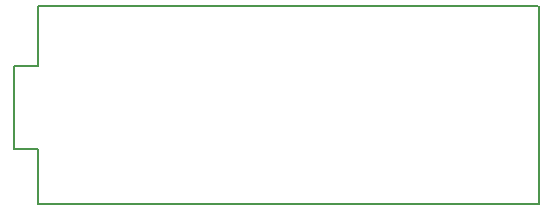
<source format=gbr>
G04 #@! TF.GenerationSoftware,KiCad,Pcbnew,5.0.2+dfsg1-1~bpo9+1*
G04 #@! TF.CreationDate,2021-01-31T11:02:44+00:00*
G04 #@! TF.ProjectId,attiny85_dipswitch_breakout,61747469-6e79-4383-955f-646970737769,rev?*
G04 #@! TF.SameCoordinates,Original*
G04 #@! TF.FileFunction,Profile,NP*
%FSLAX46Y46*%
G04 Gerber Fmt 4.6, Leading zero omitted, Abs format (unit mm)*
G04 Created by KiCad (PCBNEW 5.0.2+dfsg1-1~bpo9+1) date Sun 31 Jan 2021 11:02:44 GMT*
%MOMM*%
%LPD*%
G01*
G04 APERTURE LIST*
%ADD10C,0.150000*%
%ADD11C,0.200000*%
G04 APERTURE END LIST*
D10*
X119840000Y-82050000D02*
X121870000Y-82050000D01*
X119840000Y-75030000D02*
X121870000Y-75030000D01*
X119840000Y-82050000D02*
X119850000Y-82050000D01*
X119850000Y-75040000D02*
X119840000Y-82050000D01*
X164250000Y-69980000D02*
X164250000Y-86690000D01*
D11*
X121890000Y-69990000D02*
X164240000Y-69980000D01*
X121860000Y-86700000D02*
X164210000Y-86690000D01*
D10*
X121840000Y-82060000D02*
X121840000Y-86730000D01*
X121880000Y-75030000D02*
X121880000Y-69990000D01*
M02*

</source>
